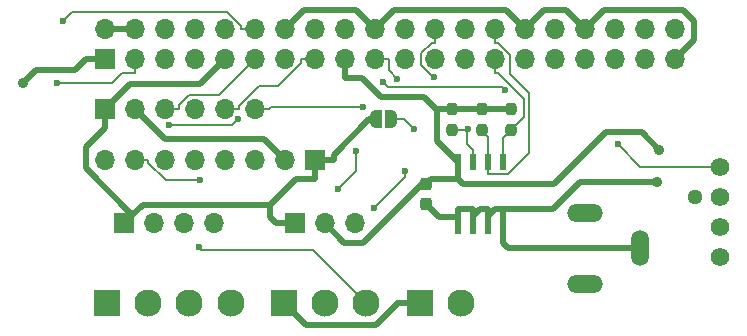
<source format=gtl>
G04 #@! TF.GenerationSoftware,KiCad,Pcbnew,7.0.11-7.0.11~ubuntu22.04.1*
G04 #@! TF.CreationDate,2024-06-23T17:04:06+02:00*
G04 #@! TF.ProjectId,RaspiZeroHat_12v_v2.5c,52617370-695a-4657-926f-4861745f3132,rev?*
G04 #@! TF.SameCoordinates,Original*
G04 #@! TF.FileFunction,Copper,L1,Top*
G04 #@! TF.FilePolarity,Positive*
%FSLAX46Y46*%
G04 Gerber Fmt 4.6, Leading zero omitted, Abs format (unit mm)*
G04 Created by KiCad (PCBNEW 7.0.11-7.0.11~ubuntu22.04.1) date 2024-06-23 17:04:06*
%MOMM*%
%LPD*%
G01*
G04 APERTURE LIST*
G04 Aperture macros list*
%AMRoundRect*
0 Rectangle with rounded corners*
0 $1 Rounding radius*
0 $2 $3 $4 $5 $6 $7 $8 $9 X,Y pos of 4 corners*
0 Add a 4 corners polygon primitive as box body*
4,1,4,$2,$3,$4,$5,$6,$7,$8,$9,$2,$3,0*
0 Add four circle primitives for the rounded corners*
1,1,$1+$1,$2,$3*
1,1,$1+$1,$4,$5*
1,1,$1+$1,$6,$7*
1,1,$1+$1,$8,$9*
0 Add four rect primitives between the rounded corners*
20,1,$1+$1,$2,$3,$4,$5,0*
20,1,$1+$1,$4,$5,$6,$7,0*
20,1,$1+$1,$6,$7,$8,$9,0*
20,1,$1+$1,$8,$9,$2,$3,0*%
%AMFreePoly0*
4,1,19,0.000000,0.744911,0.071157,0.744911,0.207708,0.704816,0.327430,0.627875,0.420627,0.520320,0.479746,0.390866,0.500000,0.250000,0.500000,-0.250000,0.479746,-0.390866,0.420627,-0.520320,0.327430,-0.627875,0.207708,-0.704816,0.071157,-0.744911,0.000000,-0.744911,0.000000,-0.750000,-0.500000,-0.750000,-0.500000,0.750000,0.000000,0.750000,0.000000,0.744911,0.000000,0.744911,
$1*%
%AMFreePoly1*
4,1,19,0.500000,-0.750000,0.000000,-0.750000,0.000000,-0.744911,-0.071157,-0.744911,-0.207708,-0.704816,-0.327430,-0.627875,-0.420627,-0.520320,-0.479746,-0.390866,-0.500000,-0.250000,-0.500000,0.250000,-0.479746,0.390866,-0.420627,0.520320,-0.327430,0.627875,-0.207708,0.704816,-0.071157,0.744911,0.000000,0.744911,0.000000,0.750000,0.500000,0.750000,0.500000,-0.750000,0.500000,-0.750000,
$1*%
G04 Aperture macros list end*
G04 #@! TA.AperFunction,ComponentPad*
%ADD10O,1.508000X3.016000*%
G04 #@! TD*
G04 #@! TA.AperFunction,ComponentPad*
%ADD11O,3.016000X1.508000*%
G04 #@! TD*
G04 #@! TA.AperFunction,SMDPad,CuDef*
%ADD12RoundRect,0.237500X-0.237500X0.250000X-0.237500X-0.250000X0.237500X-0.250000X0.237500X0.250000X0*%
G04 #@! TD*
G04 #@! TA.AperFunction,ComponentPad*
%ADD13C,2.300000*%
G04 #@! TD*
G04 #@! TA.AperFunction,ComponentPad*
%ADD14R,2.300000X2.300000*%
G04 #@! TD*
G04 #@! TA.AperFunction,SMDPad,CuDef*
%ADD15RoundRect,0.237500X-0.237500X0.300000X-0.237500X-0.300000X0.237500X-0.300000X0.237500X0.300000X0*%
G04 #@! TD*
G04 #@! TA.AperFunction,SMDPad,CuDef*
%ADD16FreePoly0,180.000000*%
G04 #@! TD*
G04 #@! TA.AperFunction,SMDPad,CuDef*
%ADD17FreePoly1,180.000000*%
G04 #@! TD*
G04 #@! TA.AperFunction,ComponentPad*
%ADD18O,1.700000X1.700000*%
G04 #@! TD*
G04 #@! TA.AperFunction,ComponentPad*
%ADD19R,1.700000X1.700000*%
G04 #@! TD*
G04 #@! TA.AperFunction,ComponentPad*
%ADD20C,1.574800*%
G04 #@! TD*
G04 #@! TA.AperFunction,ComponentPad*
%ADD21C,1.295400*%
G04 #@! TD*
G04 #@! TA.AperFunction,SMDPad,CuDef*
%ADD22R,0.600000X1.400000*%
G04 #@! TD*
G04 #@! TA.AperFunction,ViaPad*
%ADD23C,0.600000*%
G04 #@! TD*
G04 #@! TA.AperFunction,ViaPad*
%ADD24C,0.900000*%
G04 #@! TD*
G04 #@! TA.AperFunction,Conductor*
%ADD25C,0.500000*%
G04 #@! TD*
G04 #@! TA.AperFunction,Conductor*
%ADD26C,0.200000*%
G04 #@! TD*
G04 APERTURE END LIST*
D10*
X153675000Y-90700000D03*
D11*
X148975000Y-93700000D03*
X148975000Y-87700000D03*
D12*
X140253100Y-80710000D03*
X140253100Y-78885000D03*
X137753100Y-80710000D03*
X137753100Y-78885000D03*
D13*
X130500000Y-95300000D03*
X127000000Y-95300000D03*
D14*
X123500000Y-95300000D03*
D15*
X135553100Y-86962500D03*
X135553100Y-85237500D03*
D16*
X131303100Y-79797500D03*
D17*
X132603100Y-79797500D03*
D13*
X119000000Y-95300000D03*
X115500000Y-95300000D03*
X112000000Y-95300000D03*
D14*
X108500000Y-95300000D03*
D18*
X108340000Y-83200000D03*
X110880000Y-83200000D03*
X113420000Y-83200000D03*
X115960000Y-83200000D03*
X118500000Y-83200000D03*
X121040000Y-83200000D03*
X123580000Y-83200000D03*
D19*
X126120000Y-83200000D03*
D18*
X117570000Y-88600000D03*
X115030000Y-88600000D03*
X112490000Y-88600000D03*
D19*
X109950000Y-88600000D03*
D20*
X160452900Y-83785100D03*
X160452900Y-86325100D03*
X160452900Y-88865100D03*
X160452900Y-91405100D03*
D21*
X158292899Y-86325100D03*
D18*
X121070000Y-78900000D03*
X118530000Y-78900000D03*
X115990000Y-78900000D03*
X113450000Y-78900000D03*
X110910000Y-78900000D03*
D19*
X108370000Y-78900000D03*
D22*
X138248100Y-83400000D03*
X139518100Y-83400000D03*
X140788100Y-83400000D03*
X142058100Y-83400000D03*
X142058100Y-88800000D03*
X140788100Y-88800000D03*
X139518100Y-88800000D03*
X138248100Y-88800000D03*
D18*
X129555000Y-88600000D03*
X127015000Y-88600000D03*
D19*
X124475000Y-88600000D03*
D12*
X142753100Y-80710000D03*
X142753100Y-78885000D03*
D13*
X138500000Y-95300000D03*
D14*
X135000000Y-95300000D03*
D18*
X156630000Y-72165000D03*
X156630000Y-74705000D03*
X154090000Y-72165000D03*
X154090000Y-74705000D03*
X151550000Y-72165000D03*
X151550000Y-74705000D03*
X149010000Y-72165000D03*
X149010000Y-74705000D03*
X146470000Y-72165000D03*
X146470000Y-74705000D03*
X143930000Y-72165000D03*
X143930000Y-74705000D03*
X141390000Y-72165000D03*
X141390000Y-74705000D03*
X138850000Y-72165000D03*
X138850000Y-74705000D03*
X136310000Y-72165000D03*
X136310000Y-74705000D03*
X133770000Y-72165000D03*
X133770000Y-74705000D03*
X131230000Y-72165000D03*
X131230000Y-74705000D03*
X128690000Y-72165000D03*
X128690000Y-74705000D03*
X126150000Y-72165000D03*
X126150000Y-74705000D03*
X123610000Y-72165000D03*
X123610000Y-74705000D03*
X121070000Y-72165000D03*
X121070000Y-74705000D03*
X118530000Y-72165000D03*
X118530000Y-74705000D03*
X115990000Y-72165000D03*
X115990000Y-74705000D03*
X113450000Y-72165000D03*
X113450000Y-74705000D03*
X110910000Y-72165000D03*
X110910000Y-74705000D03*
X108370000Y-72165000D03*
D19*
X108370000Y-74705000D03*
D23*
X104843100Y-71440000D03*
D24*
X155306300Y-82348200D03*
X101436900Y-76698200D03*
D23*
X116300000Y-90624200D03*
X151764800Y-81889900D03*
X139102700Y-80639300D03*
X134496400Y-80581400D03*
X133790000Y-84188800D03*
X131180900Y-87284000D03*
X131887000Y-76603500D03*
X130192300Y-78726300D03*
X142227200Y-77291900D03*
X129600000Y-82433600D03*
X116431900Y-84947200D03*
X128055200Y-85679700D03*
X113810200Y-80273000D03*
X119611200Y-79798600D03*
D24*
X155147400Y-85096300D03*
D23*
X133110300Y-76345100D03*
X136216900Y-76207100D03*
X104345600Y-76698200D03*
D25*
X126120000Y-83200000D02*
X126120000Y-84801900D01*
X110467500Y-76802500D02*
X116432500Y-76802500D01*
X106735400Y-82136500D02*
X108370000Y-80501900D01*
X150610000Y-70565000D02*
X149010000Y-72165000D01*
X138248100Y-88074000D02*
X138248100Y-87348100D01*
X108370000Y-78900000D02*
X110467500Y-76802500D01*
D26*
X116483800Y-90808100D02*
X116483800Y-90808000D01*
X116483800Y-90808000D02*
X116300000Y-90624200D01*
X130500000Y-95300000D02*
X126008100Y-90808100D01*
X126008100Y-90808100D02*
X116483800Y-90808100D01*
D25*
X110674100Y-87875900D02*
X106735400Y-83937300D01*
X129630000Y-70565000D02*
X125210000Y-70565000D01*
D26*
X160452900Y-83785100D02*
X153660000Y-83785100D01*
X153660000Y-83785100D02*
X151764800Y-81889900D01*
D25*
X126120000Y-83200000D02*
X127721900Y-83200000D01*
X138248100Y-88074000D02*
X136664600Y-88074000D01*
X132830000Y-70565000D02*
X131230000Y-72165000D01*
D26*
X110910000Y-74705000D02*
X110910000Y-75856900D01*
X108928000Y-76698200D02*
X104345600Y-76698200D01*
X109769300Y-75856900D02*
X108928000Y-76698200D01*
X110910000Y-75856900D02*
X109769300Y-75856900D01*
X119918100Y-71877000D02*
X118712800Y-70671700D01*
X118712800Y-70671700D02*
X105611400Y-70671700D01*
X133712500Y-79797500D02*
X134496400Y-80581400D01*
X139518100Y-82398100D02*
X139017800Y-81897800D01*
X139518100Y-83400000D02*
X139518100Y-82398100D01*
X139017800Y-80724200D02*
X137767300Y-80724200D01*
X139017800Y-81897800D02*
X139017800Y-80724200D01*
X132603100Y-79797500D02*
X133712500Y-79797500D01*
X137767300Y-80724200D02*
X137753100Y-80710000D01*
X139102700Y-80639300D02*
X139017800Y-80724200D01*
X133789900Y-84188800D02*
X133790000Y-84188800D01*
X131180900Y-87284000D02*
X133789900Y-84675000D01*
X133789900Y-84675000D02*
X133789900Y-84188800D01*
X113450000Y-78900000D02*
X114601900Y-78900000D01*
X121070000Y-74705000D02*
X118026900Y-77748100D01*
X118026900Y-77748100D02*
X115465700Y-77748100D01*
X114601900Y-78611900D02*
X114601900Y-78900000D01*
X115465700Y-77748100D02*
X114601900Y-78611900D01*
X124998100Y-74993000D02*
X124998100Y-74705000D01*
X126150000Y-74705000D02*
X124998100Y-74705000D01*
X119681900Y-78900000D02*
X119681900Y-78631300D01*
X119681900Y-78631300D02*
X121368000Y-76945200D01*
X123045900Y-76945200D02*
X124998100Y-74993000D01*
X118530000Y-78900000D02*
X119681900Y-78900000D01*
X121368000Y-76945200D02*
X123045900Y-76945200D01*
X132349300Y-77065800D02*
X131887000Y-76603500D01*
X122395600Y-78726300D02*
X122221900Y-78900000D01*
X142227200Y-77291900D02*
X142001100Y-77065800D01*
X130192300Y-78726300D02*
X122395600Y-78726300D01*
X121070000Y-78900000D02*
X122221900Y-78900000D01*
X142001100Y-77065800D02*
X132349300Y-77065800D01*
D25*
X126120000Y-84801900D02*
X124518100Y-84801900D01*
X140153100Y-87348100D02*
X140788100Y-87348100D01*
X127721900Y-82799500D02*
X127721900Y-83200000D01*
X131230000Y-72165000D02*
X129630000Y-70565000D01*
X135000000Y-95300000D02*
X133098100Y-95300000D01*
X139518100Y-87983100D02*
X140153100Y-87348100D01*
X124475000Y-88600000D02*
X122873100Y-88600000D01*
X128690000Y-76306900D02*
X130102800Y-76306900D01*
X128645100Y-90230100D02*
X130190300Y-90230100D01*
X138248100Y-84801900D02*
X138248100Y-84851900D01*
X153796100Y-80838000D02*
X150824900Y-80838000D01*
X128690000Y-74705000D02*
X128690000Y-76306900D01*
X138654900Y-85258700D02*
X138248100Y-84851900D01*
X105871200Y-75601900D02*
X106768100Y-74705000D01*
X108370000Y-74705000D02*
X106768100Y-74705000D01*
X138248100Y-84125900D02*
X138248100Y-83400000D01*
X136595600Y-78885000D02*
X137753100Y-78885000D01*
X135410500Y-77917700D02*
X136486700Y-78993900D01*
X138248100Y-84125900D02*
X138248100Y-84801900D01*
X130190300Y-90230100D02*
X135182900Y-85237500D01*
X142753100Y-78885000D02*
X140253100Y-78885000D01*
X135182900Y-85237500D02*
X135553100Y-85237500D01*
X155306300Y-82348200D02*
X153796100Y-80838000D01*
X138248100Y-84851900D02*
X135938700Y-84851900D01*
X131713600Y-77917700D02*
X135410500Y-77917700D01*
X135938700Y-84851900D02*
X135553100Y-85237500D01*
X150824900Y-80838000D02*
X146404200Y-85258700D01*
X137753100Y-78885000D02*
X140253100Y-78885000D01*
X146404200Y-85258700D02*
X138654900Y-85258700D01*
X130102800Y-76306900D02*
X131713600Y-77917700D01*
X127015000Y-88600000D02*
X128645100Y-90230100D01*
X101436900Y-76698200D02*
X102533200Y-75601900D01*
X138248100Y-83400000D02*
X136486700Y-81638600D01*
X102533200Y-75601900D02*
X105871200Y-75601900D01*
X136486700Y-81638600D02*
X136486700Y-78993900D01*
X136486700Y-78993900D02*
X136595600Y-78885000D01*
X147410000Y-70565000D02*
X145530000Y-70565000D01*
X108370000Y-78900000D02*
X108370000Y-80501900D01*
X116432500Y-76802500D02*
X118530000Y-74705000D01*
X142506200Y-90700000D02*
X142058100Y-90251900D01*
X139518100Y-88074000D02*
X139518100Y-87983100D01*
X142058100Y-88800000D02*
X142058100Y-90251900D01*
X139518100Y-87983100D02*
X139518100Y-87348100D01*
X139518100Y-88800000D02*
X139518100Y-88074000D01*
D26*
X142058100Y-83400000D02*
X142058100Y-81405000D01*
X141643400Y-75856900D02*
X141390000Y-75856900D01*
X142753100Y-80710000D02*
X143854100Y-79609000D01*
X143854100Y-78067600D02*
X141643400Y-75856900D01*
X142058100Y-81405000D02*
X142753100Y-80710000D01*
X141390000Y-74705000D02*
X141390000Y-75856900D01*
X143854100Y-79609000D02*
X143854100Y-78067600D01*
X140253100Y-80710000D02*
X140788100Y-81245000D01*
X140788100Y-84401900D02*
X142496800Y-84401900D01*
X142660000Y-74301900D02*
X141675000Y-73316900D01*
X141675000Y-73316900D02*
X141390000Y-73316900D01*
X142496800Y-84401900D02*
X144284900Y-82613800D01*
X142660000Y-75951900D02*
X142660000Y-74301900D01*
X140788100Y-81245000D02*
X140788100Y-83400000D01*
X141390000Y-72165000D02*
X141390000Y-73316900D01*
X144284900Y-77576800D02*
X142660000Y-75951900D01*
X140788100Y-83400000D02*
X140788100Y-84401900D01*
X144284900Y-82613800D02*
X144284900Y-77576800D01*
X119136800Y-80273000D02*
X113810200Y-80273000D01*
X119611200Y-79798600D02*
X119136800Y-80273000D01*
D25*
X140788100Y-87983100D02*
X141423100Y-87348100D01*
X146340800Y-87348100D02*
X148592600Y-85096300D01*
X140788100Y-87983100D02*
X140788100Y-87348100D01*
X123500000Y-95300000D02*
X125401900Y-97201900D01*
X125210000Y-70565000D02*
X123610000Y-72165000D01*
X158230000Y-71502258D02*
X157292742Y-70565000D01*
X149010000Y-72165000D02*
X147410000Y-70565000D01*
X110910000Y-72165000D02*
X108370000Y-72165000D01*
X110910000Y-78900000D02*
X113425100Y-81415100D01*
X113425100Y-81415100D02*
X121795100Y-81415100D01*
X121795100Y-81415100D02*
X123580000Y-83200000D01*
X106735400Y-83937300D02*
X106735400Y-82136500D01*
X111551900Y-86998100D02*
X110674100Y-87875900D01*
X136664600Y-88074000D02*
X135553100Y-86962500D01*
X141423100Y-87348100D02*
X142058100Y-87348100D01*
X131315200Y-97201900D02*
X133098100Y-95419000D01*
X122321900Y-86998100D02*
X111551900Y-86998100D01*
X153675000Y-90700000D02*
X142506200Y-90700000D01*
X142058100Y-87348100D02*
X146340800Y-87348100D01*
D26*
X105611400Y-70671700D02*
X104843100Y-71440000D01*
X119918100Y-72165000D02*
X119918100Y-71877000D01*
X121070000Y-72165000D02*
X119918100Y-72165000D01*
X131230000Y-74705000D02*
X132381900Y-74705000D01*
X132381900Y-74705000D02*
X132381900Y-75616700D01*
X132381900Y-75616700D02*
X133110300Y-76345100D01*
X129600000Y-82433600D02*
X129600000Y-84134900D01*
X136022000Y-73316900D02*
X135141300Y-74197600D01*
X113510500Y-84947200D02*
X112031900Y-83468600D01*
X135141300Y-75207800D02*
X136140600Y-76207100D01*
X135141300Y-74197600D02*
X135141300Y-75207800D01*
X129600000Y-84134900D02*
X128055200Y-85679700D01*
X136310000Y-72165000D02*
X136310000Y-73316900D01*
X136140600Y-76207100D02*
X136216900Y-76207100D01*
X116431900Y-84947200D02*
X113510500Y-84947200D01*
X136310000Y-73316900D02*
X136022000Y-73316900D01*
X112031900Y-83468600D02*
X112031900Y-83200000D01*
X110880000Y-83200000D02*
X112031900Y-83200000D01*
D25*
X140788100Y-88800000D02*
X140788100Y-88074000D01*
X124518100Y-84801900D02*
X122321900Y-86998100D01*
X133098100Y-95419000D02*
X133098100Y-95300000D01*
X158230000Y-73105000D02*
X158230000Y-71502258D01*
X138248100Y-87348100D02*
X139518100Y-87348100D01*
X145530000Y-70565000D02*
X143930000Y-72165000D01*
X110674100Y-87875900D02*
X109950000Y-88600000D01*
X131303100Y-79797500D02*
X130723900Y-79797500D01*
X122321900Y-88048800D02*
X122873100Y-88600000D01*
X142330000Y-70565000D02*
X132830000Y-70565000D01*
X156630000Y-74705000D02*
X158230000Y-73105000D01*
X138248100Y-88800000D02*
X138248100Y-88074000D01*
X140788100Y-88074000D02*
X140788100Y-87983100D01*
X125401900Y-97201900D02*
X131315200Y-97201900D01*
X148592600Y-85096300D02*
X155147400Y-85096300D01*
X157292742Y-70565000D02*
X150610000Y-70565000D01*
X122321900Y-86998100D02*
X122321900Y-88048800D01*
X143930000Y-72165000D02*
X142330000Y-70565000D01*
X130723900Y-79797500D02*
X127721900Y-82799500D01*
X142058100Y-88800000D02*
X142058100Y-87348100D01*
M02*

</source>
